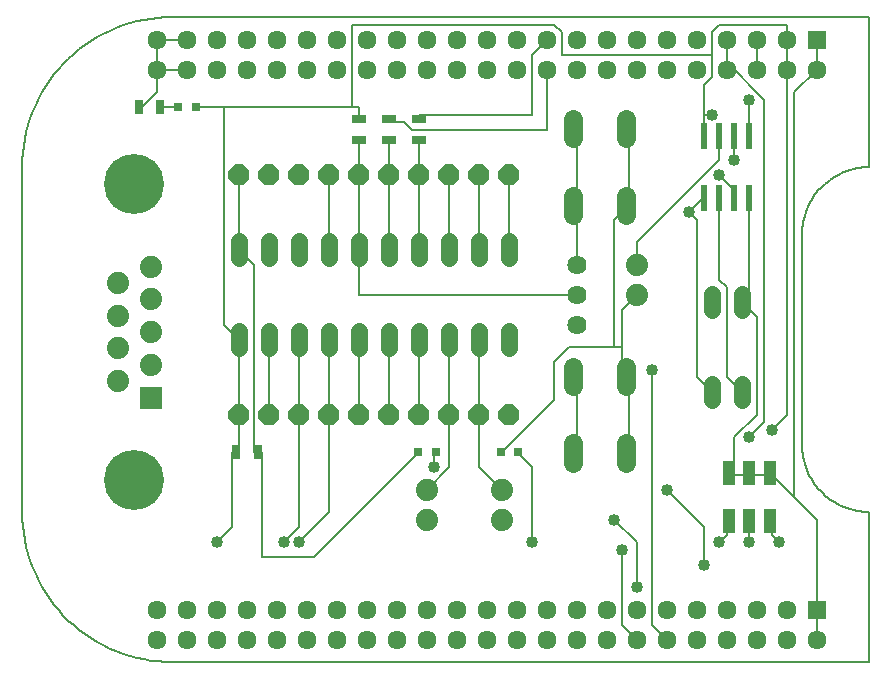
<source format=gtl>
G75*
G70*
%OFA0B0*%
%FSLAX24Y24*%
%IPPOS*%
%LPD*%
%AMOC8*
5,1,8,0,0,1.08239X$1,22.5*
%
%ADD10C,0.0050*%
%ADD11R,0.0634X0.0634*%
%ADD12C,0.0634*%
%ADD13R,0.0236X0.0866*%
%ADD14C,0.0560*%
%ADD15R,0.0315X0.0472*%
%ADD16R,0.0472X0.0315*%
%ADD17R,0.0315X0.0315*%
%ADD18C,0.0640*%
%ADD19C,0.0640*%
%ADD20C,0.0740*%
%ADD21R,0.0740X0.0740*%
%ADD22C,0.2000*%
%ADD23OC8,0.0700*%
%ADD24R,0.0433X0.0787*%
%ADD25C,0.0080*%
%ADD26C,0.0400*%
D10*
X007613Y000500D02*
X030863Y000500D01*
X030863Y005500D01*
X030756Y005503D01*
X030649Y005510D01*
X030543Y005523D01*
X030437Y005541D01*
X030333Y005563D01*
X030229Y005591D01*
X030127Y005624D01*
X030027Y005661D01*
X029928Y005703D01*
X029832Y005750D01*
X029738Y005801D01*
X029647Y005857D01*
X029558Y005917D01*
X029472Y005981D01*
X029390Y006050D01*
X029310Y006122D01*
X029235Y006197D01*
X029163Y006277D01*
X029094Y006359D01*
X029030Y006445D01*
X028970Y006534D01*
X028914Y006625D01*
X028863Y006719D01*
X028816Y006815D01*
X028774Y006914D01*
X028737Y007014D01*
X028704Y007116D01*
X028676Y007220D01*
X028654Y007324D01*
X028636Y007430D01*
X028623Y007536D01*
X028616Y007643D01*
X028613Y007750D01*
X028613Y014750D01*
X028616Y014857D01*
X028623Y014964D01*
X028636Y015070D01*
X028654Y015176D01*
X028676Y015280D01*
X028704Y015384D01*
X028737Y015486D01*
X028774Y015586D01*
X028816Y015685D01*
X028863Y015781D01*
X028914Y015875D01*
X028970Y015966D01*
X029030Y016055D01*
X029094Y016141D01*
X029163Y016223D01*
X029235Y016303D01*
X029310Y016378D01*
X029390Y016450D01*
X029472Y016519D01*
X029558Y016583D01*
X029647Y016643D01*
X029738Y016699D01*
X029832Y016750D01*
X029928Y016797D01*
X030027Y016839D01*
X030127Y016876D01*
X030229Y016909D01*
X030333Y016937D01*
X030437Y016959D01*
X030543Y016977D01*
X030649Y016990D01*
X030756Y016997D01*
X030863Y017000D01*
X030863Y022000D01*
X007613Y022000D01*
X007375Y021994D01*
X007138Y021977D01*
X006901Y021949D01*
X006667Y021910D01*
X006434Y021859D01*
X006204Y021797D01*
X005978Y021725D01*
X005755Y021642D01*
X005536Y021548D01*
X005322Y021444D01*
X005113Y021330D01*
X004910Y021206D01*
X004713Y021073D01*
X004522Y020930D01*
X004339Y020779D01*
X004163Y020619D01*
X003994Y020450D01*
X003834Y020274D01*
X003683Y020091D01*
X003540Y019900D01*
X003407Y019703D01*
X003283Y019500D01*
X003169Y019291D01*
X003065Y019077D01*
X002971Y018858D01*
X002888Y018635D01*
X002816Y018409D01*
X002754Y018179D01*
X002703Y017946D01*
X002664Y017712D01*
X002636Y017475D01*
X002619Y017238D01*
X002613Y017000D01*
X002613Y005500D01*
X002619Y005262D01*
X002636Y005025D01*
X002664Y004788D01*
X002703Y004554D01*
X002754Y004321D01*
X002816Y004091D01*
X002888Y003865D01*
X002971Y003642D01*
X003065Y003423D01*
X003169Y003209D01*
X003283Y003000D01*
X003407Y002797D01*
X003540Y002600D01*
X003683Y002409D01*
X003834Y002226D01*
X003994Y002050D01*
X004163Y001881D01*
X004339Y001721D01*
X004522Y001570D01*
X004713Y001427D01*
X004910Y001294D01*
X005113Y001170D01*
X005322Y001056D01*
X005536Y000952D01*
X005755Y000858D01*
X005978Y000775D01*
X006204Y000703D01*
X006434Y000641D01*
X006667Y000590D01*
X006901Y000551D01*
X007138Y000523D01*
X007375Y000506D01*
X007613Y000500D01*
D11*
X029113Y002250D03*
X029113Y021250D03*
D12*
X007113Y001250D03*
X008113Y001250D03*
X009113Y001250D03*
X010113Y001250D03*
X011113Y001250D03*
X012113Y001250D03*
X013113Y001250D03*
X014113Y001250D03*
X015113Y001250D03*
X016113Y001250D03*
X017113Y001250D03*
X018113Y001250D03*
X019113Y001250D03*
X020113Y001250D03*
X021113Y001250D03*
X022113Y001250D03*
X023113Y001250D03*
X024113Y001250D03*
X025113Y001250D03*
X026113Y001250D03*
X027113Y001250D03*
X028113Y001250D03*
X029113Y001250D03*
X028113Y002250D03*
X027113Y002250D03*
X026113Y002250D03*
X025113Y002250D03*
X024113Y002250D03*
X023113Y002250D03*
X022113Y002250D03*
X021113Y002250D03*
X020113Y002250D03*
X019113Y002250D03*
X018113Y002250D03*
X017113Y002250D03*
X016113Y002250D03*
X015113Y002250D03*
X014113Y002250D03*
X013113Y002250D03*
X012113Y002250D03*
X011113Y002250D03*
X010113Y002250D03*
X009113Y002250D03*
X008113Y002250D03*
X007113Y002250D03*
X007113Y020250D03*
X008113Y020250D03*
X009113Y020250D03*
X010113Y020250D03*
X011113Y020250D03*
X012113Y020250D03*
X013113Y020250D03*
X014113Y020250D03*
X015113Y020250D03*
X016113Y020250D03*
X017113Y020250D03*
X018113Y020250D03*
X019113Y020250D03*
X020113Y020250D03*
X021113Y020250D03*
X022113Y020250D03*
X023113Y020250D03*
X024113Y020250D03*
X025113Y020250D03*
X026113Y020250D03*
X027113Y020250D03*
X028113Y020250D03*
X029113Y020250D03*
X028113Y021250D03*
X027113Y021250D03*
X026113Y021250D03*
X025113Y021250D03*
X024113Y021250D03*
X023113Y021250D03*
X022113Y021250D03*
X021113Y021250D03*
X020113Y021250D03*
X019113Y021250D03*
X018113Y021250D03*
X017113Y021250D03*
X016113Y021250D03*
X015113Y021250D03*
X014113Y021250D03*
X013113Y021250D03*
X012113Y021250D03*
X011113Y021250D03*
X010113Y021250D03*
X009113Y021250D03*
X008113Y021250D03*
X007113Y021250D03*
D13*
X025363Y018024D03*
X025863Y018024D03*
X026363Y018024D03*
X026863Y018024D03*
X026863Y015976D03*
X026363Y015976D03*
X025863Y015976D03*
X025363Y015976D03*
D14*
X025613Y012780D02*
X025613Y012220D01*
X026613Y012220D02*
X026613Y012780D01*
X026613Y009780D02*
X026613Y009220D01*
X025613Y009220D02*
X025613Y009780D01*
X018863Y010970D02*
X018863Y011530D01*
X017863Y011530D02*
X017863Y010970D01*
X016863Y010970D02*
X016863Y011530D01*
X015863Y011530D02*
X015863Y010970D01*
X014863Y010970D02*
X014863Y011530D01*
X013863Y011530D02*
X013863Y010970D01*
X012863Y010970D02*
X012863Y011530D01*
X011863Y011530D02*
X011863Y010970D01*
X010863Y010970D02*
X010863Y011530D01*
X009863Y011530D02*
X009863Y010970D01*
X009863Y013970D02*
X009863Y014530D01*
X010863Y014530D02*
X010863Y013970D01*
X011863Y013970D02*
X011863Y014530D01*
X012863Y014530D02*
X012863Y013970D01*
X013863Y013970D02*
X013863Y014530D01*
X014863Y014530D02*
X014863Y013970D01*
X015863Y013970D02*
X015863Y014530D01*
X016863Y014530D02*
X016863Y013970D01*
X017863Y013970D02*
X017863Y014530D01*
X018863Y014530D02*
X018863Y013970D01*
D15*
X010468Y007500D03*
X009759Y007500D03*
X007218Y019000D03*
X006509Y019000D03*
D16*
X013863Y018604D03*
X014863Y018604D03*
X015863Y018604D03*
X015863Y017896D03*
X014863Y017896D03*
X013863Y017896D03*
D17*
X008409Y019000D03*
X007818Y019000D03*
X015818Y007500D03*
X016409Y007500D03*
X018568Y007500D03*
X019159Y007500D03*
D18*
X020973Y007790D02*
X020973Y007150D01*
X022753Y007150D02*
X022753Y007790D01*
X022753Y009710D02*
X022753Y010350D01*
X020973Y010350D02*
X020973Y009710D01*
X020973Y015400D02*
X020973Y016040D01*
X022753Y016040D02*
X022753Y015400D01*
X022753Y017960D02*
X022753Y018600D01*
X020973Y018600D02*
X020973Y017960D01*
D19*
X021113Y013750D03*
X021113Y012750D03*
X021113Y011750D03*
D20*
X023113Y012750D03*
X023113Y013750D03*
X018613Y006250D03*
X018613Y005250D03*
X016113Y005250D03*
X016113Y006250D03*
X006922Y010409D03*
X005804Y009866D03*
X005804Y010957D03*
X006922Y011500D03*
X005804Y012043D03*
X006922Y012591D03*
X005804Y013134D03*
X006922Y013681D03*
D21*
X006922Y009319D03*
D22*
X006363Y006579D03*
X006363Y016421D03*
D23*
X009863Y016750D03*
X010863Y016750D03*
X011863Y016750D03*
X012863Y016750D03*
X013863Y016750D03*
X014863Y016750D03*
X015863Y016750D03*
X016863Y016750D03*
X017863Y016750D03*
X018863Y016750D03*
X018863Y008750D03*
X017863Y008750D03*
X016863Y008750D03*
X015863Y008750D03*
X014863Y008750D03*
X013863Y008750D03*
X012863Y008750D03*
X011863Y008750D03*
X010863Y008750D03*
X009863Y008750D03*
D24*
X026194Y006787D03*
X026863Y006787D03*
X027533Y006787D03*
X027533Y005213D03*
X026863Y005213D03*
X026194Y005213D03*
D25*
X026113Y005000D01*
X026113Y004750D01*
X025863Y004500D01*
X025363Y005000D02*
X025363Y003750D01*
X026863Y004500D02*
X026863Y005213D01*
X027533Y005213D02*
X027613Y005000D01*
X027613Y004750D01*
X027863Y004500D01*
X029113Y005250D02*
X029113Y002250D01*
X029113Y001250D01*
X024113Y001250D02*
X023613Y001750D01*
X023613Y010250D01*
X022863Y010000D02*
X022753Y010030D01*
X022613Y010250D01*
X022613Y011000D01*
X022613Y012250D01*
X023113Y012750D01*
X023113Y013750D02*
X023113Y014500D01*
X025863Y017250D01*
X025863Y018024D01*
X025363Y018024D02*
X025363Y018750D01*
X025613Y018750D01*
X025363Y018750D02*
X025363Y019750D01*
X025613Y020000D01*
X025613Y020750D01*
X020613Y020750D01*
X020613Y021500D01*
X020363Y021750D01*
X013613Y021750D01*
X013613Y019000D01*
X009363Y019000D01*
X009363Y011750D01*
X009863Y011250D01*
X009863Y008750D01*
X009863Y007500D01*
X009759Y007500D01*
X009613Y007500D01*
X009613Y005000D01*
X009113Y004500D01*
X010613Y004000D02*
X010613Y007500D01*
X010468Y007500D01*
X010363Y007500D01*
X010363Y013750D01*
X009863Y014250D01*
X009863Y016750D01*
X012863Y016750D02*
X012863Y014250D01*
X013863Y014250D02*
X013863Y012750D01*
X021113Y012750D01*
X021113Y013750D02*
X021113Y015500D01*
X020973Y015720D01*
X021113Y015750D01*
X021113Y018250D01*
X020973Y018280D01*
X020113Y018250D02*
X020113Y020250D01*
X019613Y020750D02*
X020113Y021250D01*
X019613Y020750D02*
X019613Y018750D01*
X015863Y018750D01*
X015863Y018604D01*
X015613Y018250D02*
X015363Y018500D01*
X014863Y018500D01*
X014863Y018604D01*
X015613Y018250D02*
X020113Y018250D01*
X018863Y016750D02*
X018863Y014250D01*
X017863Y014250D02*
X017863Y016750D01*
X016863Y016750D02*
X016863Y014250D01*
X015863Y014250D02*
X015863Y016750D01*
X015863Y017896D01*
X014863Y017896D02*
X014863Y016750D01*
X014863Y014250D01*
X013863Y014250D02*
X013863Y016750D01*
X013863Y017896D01*
X013863Y018604D02*
X013863Y019000D01*
X013613Y019000D01*
X009363Y019000D02*
X008409Y019000D01*
X008363Y019000D01*
X007863Y019000D02*
X007818Y019000D01*
X007218Y019000D01*
X007113Y019500D02*
X006613Y019000D01*
X006509Y019000D01*
X007113Y019500D02*
X007113Y020250D01*
X007113Y021250D01*
X008113Y021250D01*
X008113Y020250D02*
X007113Y020250D01*
X010863Y011250D02*
X010863Y008750D01*
X011863Y008750D02*
X011863Y011250D01*
X012863Y011250D02*
X012863Y008750D01*
X012863Y005500D01*
X011863Y004500D01*
X011863Y005000D02*
X011363Y004500D01*
X011863Y005000D02*
X011863Y008750D01*
X013863Y008750D02*
X013863Y011250D01*
X014863Y011250D02*
X014863Y008750D01*
X015863Y008750D02*
X015863Y011250D01*
X016863Y011250D02*
X016863Y008750D01*
X016863Y007000D01*
X016113Y006250D01*
X016363Y007000D02*
X016363Y007500D01*
X016409Y007500D01*
X015863Y007500D02*
X015818Y007500D01*
X015863Y007500D02*
X012363Y004000D01*
X010613Y004000D01*
X017863Y007000D02*
X017863Y008750D01*
X017863Y011250D01*
X020363Y010500D02*
X020863Y011000D01*
X022363Y011000D01*
X022363Y015250D01*
X022613Y015500D01*
X022753Y015720D01*
X022863Y015750D01*
X022863Y018250D01*
X022753Y018280D01*
X025863Y016750D02*
X026363Y016250D01*
X026363Y015976D01*
X026863Y015976D02*
X026863Y012750D01*
X026613Y012500D01*
X027113Y012000D01*
X027113Y008750D01*
X026363Y008000D01*
X026363Y007000D01*
X026194Y006787D01*
X026363Y006750D01*
X026863Y006750D01*
X026863Y006787D01*
X026863Y006750D02*
X027363Y006750D01*
X027533Y006787D01*
X027613Y006750D01*
X028363Y006000D01*
X028363Y019500D01*
X029113Y020250D01*
X029113Y021250D01*
X028113Y021250D02*
X028113Y020250D01*
X028113Y008750D01*
X027613Y008250D01*
X027363Y008500D02*
X027363Y019250D01*
X026113Y020500D01*
X026113Y020250D01*
X026113Y020500D02*
X026113Y021250D01*
X025863Y021750D02*
X025613Y021500D01*
X025613Y020750D01*
X027113Y021250D02*
X027113Y020250D01*
X026863Y019250D02*
X026863Y018024D01*
X026363Y018024D02*
X026363Y017250D01*
X025863Y015976D02*
X025863Y013250D01*
X026113Y013000D01*
X026113Y010000D01*
X026613Y009500D01*
X025613Y009500D02*
X025113Y010000D01*
X025113Y015250D01*
X024863Y015500D01*
X025363Y016000D01*
X025363Y015976D01*
X022613Y011000D02*
X022363Y011000D01*
X022863Y010000D02*
X022863Y007500D01*
X022753Y007470D01*
X021113Y007500D02*
X020973Y007470D01*
X021113Y007500D02*
X021113Y010000D01*
X020973Y010030D01*
X020363Y010500D02*
X020363Y009250D01*
X018613Y007500D01*
X018568Y007500D01*
X019113Y007500D02*
X019159Y007500D01*
X019113Y007500D02*
X019613Y007000D01*
X019613Y004500D01*
X018613Y006250D02*
X017863Y007000D01*
X022363Y005250D02*
X023113Y004500D01*
X023113Y003000D01*
X022613Y001750D02*
X023113Y001250D01*
X022613Y001750D02*
X022613Y004250D01*
X024113Y006250D02*
X025363Y005000D01*
X028363Y006000D02*
X029113Y005250D01*
X026863Y008000D02*
X027363Y008500D01*
X028113Y021250D02*
X028113Y021750D01*
X025863Y021750D01*
D26*
X026863Y019250D03*
X025613Y018750D03*
X026363Y017250D03*
X025863Y016750D03*
X024863Y015500D03*
X023613Y010250D03*
X026863Y008000D03*
X027613Y008250D03*
X024113Y006250D03*
X022363Y005250D03*
X022613Y004250D03*
X023113Y003000D03*
X025363Y003750D03*
X025863Y004500D03*
X026863Y004500D03*
X027863Y004500D03*
X019613Y004500D03*
X016363Y007000D03*
X011863Y004500D03*
X011363Y004500D03*
X009113Y004500D03*
M02*

</source>
